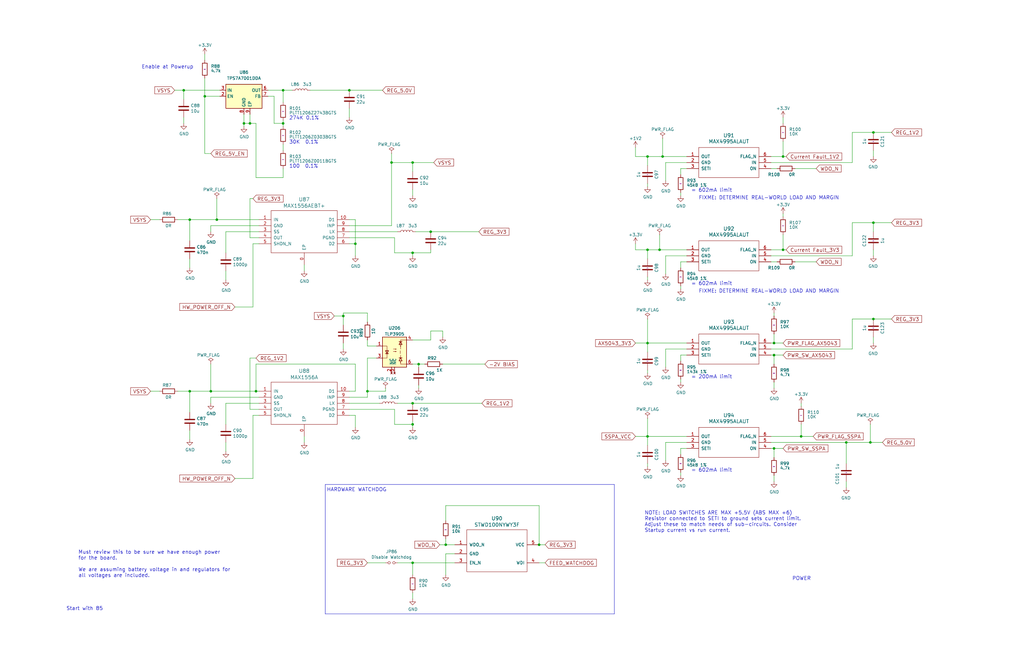
<source format=kicad_sch>
(kicad_sch (version 20230121) (generator eeschema)
  (paper "USLedger")
  (title_block (title "Radiation Tolerant PacSat Communication") (date "2023-06-17") (rev "A") (company "AMSAT-NA") (comment 1 "N5BRG"))
  (lib_symbols
    (symbol "Device:C" (pin_numbers hide) (pin_names (offset 0.254))
      (property "Reference" "C" (at 0.635 2.54 0))
      (property "Value" "C" (at 0.635 -2.54 0))
      (symbol "C_1_1"
        (pin passive line (at 0 3.81 270) (length 2.794) (name "~") (number "1"))
        (pin passive line (at 0 -3.81 90) (length 2.794) (name "~") (number "2"))
      )
    )
    (symbol "Device:L" (pin_numbers hide) (pin_names (offset 1.016) hide)
      (property "Reference" "L" (at -1.27 0 90))
      (property "Value" "L" (at 1.905 0 90))
      (symbol "L_1_1"
        (pin passive line (at 0 3.81 270) (length 1.27) (name "1") (number "1"))
        (pin passive line (at 0 -3.81 90) (length 1.27) (name "2") (number "2"))
      )
    )
    (symbol "Device:R" (pin_numbers hide) (pin_names (offset 0))
      (property "Reference" "R" (at 2.032 0 90))
      (property "Value" "R" (at 0 0 90))
      (symbol "R_1_1"
        (pin passive line (at 0 3.81 270) (length 1.27) (name "~") (number "1"))
        (pin passive line (at 0 -3.81 90) (length 1.27) (name "~") (number "2"))
      )
    )
    (symbol "PACSAT_DEV_misc:Jumper_NO_Small" (pin_numbers hide) (pin_names (offset 0.762) hide)
      (property "Reference" "JP86" (at 0 4.699 0))
      (property "Value" "Disable Watchdog" (at 0 2.3876 0))
      (symbol "Jumper_NO_Small_0_1"
        (pin passive line (at -2.54 0 0) (length 1.016) (name "1") (number "1"))
        (pin passive line (at 2.54 0 180) (length 1.016) (name "2") (number "2"))
      )
    )
    (symbol "PACSAT_ICs:MAX1556A" (pin_names (offset 1.016))
      (property "Reference" "U87" (at 0 13.6398 0))
      (property "Value" "MAX1556A" (at 0 10.9474 0))
      (symbol "MAX1556A_1_1"
        (pin power_in line (at 0 -13.97 90) (length 5.08) (name "EP") (number "0"))
        (pin power_in line (at -19.05 5.08 0) (length 5.08) (name "IN") (number "1"))
        (pin input line (at 19.05 5.08 180) (length 5.08) (name "D1") (number "10"))
        (pin power_in line (at -19.05 2.54 0) (length 5.08) (name "GND") (number "2"))
        (pin passive line (at -19.05 0 0) (length 5.08) (name "SS") (number "3"))
        (pin power_out line (at -19.05 -2.54 0) (length 5.08) (name "OUT") (number "4"))
        (pin input line (at -19.05 -5.08 0) (length 5.08) (name "SHDN_N") (number "5"))
        (pin input line (at 19.05 -5.08 180) (length 5.08) (name "D2") (number "6"))
        (pin power_in line (at 19.05 -2.54 180) (length 5.08) (name "PGND") (number "7"))
        (pin passive line (at 19.05 0 180) (length 5.08) (name "LX") (number "8"))
        (pin power_in line (at 19.05 2.54 180) (length 5.08) (name "INP") (number "9"))
      )
    )
    (symbol "PACSAT_ICs:MAX4995_1" (pin_names (offset 1.016))
      (property "Reference" "U?" (at -11.43 10.16 0))
      (property "Value" "MAX4495_1" (at -6.35 7.62 0))
      (symbol "MAX4995_1_1_1"
        (pin power_in line (at -17.78 2.54 0) (length 5.08) (name "OUT") (number "1"))
        (pin power_in line (at -17.78 0 0) (length 5.08) (name "GND") (number "2"))
        (pin passive line (at -17.78 -2.54 0) (length 5.08) (name "SETI") (number "3"))
        (pin input line (at 17.78 -2.54 180) (length 5.08) (name "ON") (number "4"))
        (pin power_in line (at 17.78 0 180) (length 5.08) (name "IN") (number "5"))
        (pin open_collector line (at 17.78 2.54 180) (length 5.08) (name "FLAG_N") (number "6"))
      )
    )
    (symbol "PACSAT_ICs:STWD100NYWY3F" (pin_names (offset 1.016))
      (property "Reference" "U90" (at 0 14.9098 0))
      (property "Value" "STWD100NYWY3F" (at 0 12.2174 0))
      (symbol "STWD100NYWY3F_1_1"
        (pin open_collector line (at -17.78 3.81 0) (length 5.08) (name "WDO_N") (number "1"))
        (pin power_in line (at -17.78 0 0) (length 5.08) (name "GND") (number "2"))
        (pin input line (at -17.78 -3.81 0) (length 5.08) (name "EN_N") (number "3"))
        (pin input line (at 17.78 -3.81 180) (length 5.08) (name "WDI") (number "4"))
        (pin power_in line (at 17.78 3.81 180) (length 5.08) (name "VCC") (number "5"))
      )
    )
    (symbol "PACSAT_ICs:TLP3905" (pin_names (offset 1.016))
      (property "Reference" "U89" (at 0 10.16 0))
      (property "Value" "TLP3905" (at 0 7.62 0))
      (symbol "TLP3905_1_1"
        (pin passive line (at -7.62 2.54 0) (length 2.54) (name "~") (number "1"))
        (pin no_connect line (at -1.27 -8.89 90) (length 2.54) (name "NC") (number "2"))
        (pin passive line (at -7.62 -2.54 0) (length 2.54) (name "~") (number "3"))
        (pin passive line (at 7.62 5.08 180) (length 2.54) (name "~") (number "4"))
        (pin no_connect line (at 0 -8.89 90) (length 2.54) (name "NC") (number "5"))
        (pin passive line (at 7.62 -5.08 180) (length 2.54) (name "~") (number "6"))
      )
    )
    (symbol "Regulator_Linear:TPS7A7001DDA"
      (property "Reference" "U" (at -6.35 6.35 0))
      (property "Value" "TPS7A7001DDA" (at 2.54 6.35 0))
      (symbol "TPS7A7001DDA_1_1"
        (pin no_connect line (at -7.62 -2.54 0) (length 2.54) hide (name "NC") (number "1"))
        (pin input line (at -10.16 0 0) (length 2.54) (name "EN") (number "2"))
        (pin power_in line (at -10.16 2.54 0) (length 2.54) (name "IN") (number "3"))
        (pin no_connect line (at 7.62 -2.54 180) (length 2.54) hide (name "NC") (number "4"))
        (pin no_connect line (at -2.54 -5.08 90) (length 2.54) hide (name "NC") (number "5"))
        (pin power_out line (at 10.16 2.54 180) (length 2.54) (name "OUT") (number "6"))
        (pin input line (at 10.16 0 180) (length 2.54) (name "FB") (number "7"))
        (pin power_in line (at 0 -7.62 90) (length 2.54) (name "GND") (number "8"))
        (pin passive line (at 2.54 -7.62 90) (length 2.54) (name "EP") (number "9"))
      )
    )
    (symbol "power:+1V2" (power) (pin_names (offset 0))
      (property "Value" "+1V2" (at 0 3.556 0))
      (symbol "+1V2_1_1"
        (pin power_in line (at 0 0 90) (length 0) hide (name "+1V2") (number "1"))
      )
    )
    (symbol "power:+3.3V" (power) (pin_names (offset 0))
      (property "Value" "+3.3V" (at 0 3.556 0))
      (symbol "+3.3V_1_1"
        (pin power_in line (at 0 0 90) (length 0) hide (name "+3.3V") (number "1"))
      )
    )
    (symbol "power:GND" (power) (pin_names (offset 0))
      (property "Value" "GND" (at 0 -3.81 0))
      (symbol "GND_1_1"
        (pin power_in line (at 0 0 270) (length 0) hide (name "GND") (number "1"))
      )
    )
    (symbol "power:PWR_FLAG" (power) (pin_numbers hide) (pin_names (offset 0) hide)
      (property "Value" "PWR_FLAG" (at 0 3.81 0))
      (symbol "PWR_FLAG_0_0"
        (pin power_out line (at 0 0 90) (length 0) (name "pwr") (number "1"))
      )
    )
  )
  (junction (at 181.61 97.79))
  (junction (at 187.96 229.87))
  (junction (at 147.32 38.1))
  (junction (at 227.33 229.87))
  (junction (at 326.39 144.78))
  (junction (at 279.4 66.04))
  (junction (at 86.36 40.64))
  (junction (at 173.99 106.68))
  (junction (at 77.47 38.1))
  (junction (at 278.13 105.41))
  (junction (at 80.01 165.1))
  (junction (at 273.05 184.15))
  (junction (at 368.3 134.62))
  (junction (at 88.9 165.1))
  (junction (at 119.38 52.07))
  (junction (at 102.87 52.07))
  (junction (at 119.38 38.1))
  (junction (at 144.78 133.35))
  (junction (at 149.86 102.87))
  (junction (at 330.2 105.41))
  (junction (at 105.41 52.07))
  (junction (at 154.94 165.1))
  (junction (at 165.1 68.58))
  (junction (at 173.99 179.07))
  (junction (at 337.82 184.15))
  (junction (at 356.87 186.69))
  (junction (at 330.2 66.04))
  (junction (at 173.99 237.49))
  (junction (at 80.01 92.71))
  (junction (at 368.3 55.88))
  (junction (at 107.95 165.1))
  (junction (at 91.44 92.71))
  (junction (at 173.99 170.18))
  (junction (at 173.99 68.58))
  (junction (at 273.05 105.41))
  (junction (at 326.39 149.86))
  (junction (at 273.05 66.04))
  (junction (at 367.03 186.69))
  (junction (at 368.3 93.98))
  (junction (at 273.05 144.78))
  (junction (at 326.39 189.23))
  (junction (at 176.53 153.67))
  (wire (pts (xy 287.02 81.28) (xy 287.02 82.55)))
  (wire (pts (xy 273.05 176.53) (xy 273.05 184.15)))
  (wire (pts (xy 147.32 172.72) (xy 166.37 172.72)))
  (wire (pts (xy 330.2 66.04) (xy 331.47 66.04)))
  (wire (pts (xy 273.05 156.21) (xy 273.05 157.48)))
  (wire (pts (xy 181.61 143.51) (xy 181.61 139.7)))
  (polyline (pts (xy 137.16 204.47) (xy 259.08 204.47)))
  (wire (pts (xy 107.95 74.93) (xy 119.38 74.93)))
  (wire (pts (xy 95.25 97.79) (xy 95.25 106.68)))
  (wire (pts (xy 186.69 139.7) (xy 186.69 142.24)))
  (wire (pts (xy 359.41 107.95) (xy 359.41 93.98)))
  (wire (pts (xy 119.38 52.07) (xy 119.38 53.34)))
  (wire (pts (xy 359.41 68.58) (xy 359.41 55.88)))
  (wire (pts (xy 166.37 172.72) (xy 166.37 179.07)))
  (polyline (pts (xy 259.08 259.08) (xy 137.16 259.08)))
  (wire (pts (xy 176.53 153.67) (xy 179.07 153.67)))
  (wire (pts (xy 105.41 100.33) (xy 109.22 100.33)))
  (wire (pts (xy 359.41 134.62) (xy 359.41 147.32)))
  (wire (pts (xy 273.05 184.15) (xy 289.56 184.15)))
  (wire (pts (xy 330.2 49.53) (xy 330.2 52.07)))
  (wire (pts (xy 368.3 93.98) (xy 375.92 93.98)))
  (wire (pts (xy 176.53 153.67) (xy 176.53 154.94)))
  (wire (pts (xy 95.25 114.3) (xy 95.25 118.11)))
  (wire (pts (xy 154.94 143.51) (xy 154.94 146.05)))
  (wire (pts (xy 77.47 49.53) (xy 77.47 52.07)))
  (wire (pts (xy 144.78 132.08) (xy 144.78 133.35)))
  (wire (pts (xy 337.82 170.18) (xy 337.82 171.45)))
  (wire (pts (xy 115.57 52.07) (xy 119.38 52.07)))
  (wire (pts (xy 287.02 152.4) (xy 287.02 149.86)))
  (wire (pts (xy 167.64 237.49) (xy 173.99 237.49)))
  (wire (pts (xy 115.57 40.64) (xy 115.57 52.07)))
  (wire (pts (xy 147.32 165.1) (xy 149.86 165.1)))
  (wire (pts (xy 185.42 229.87) (xy 187.96 229.87)))
  (wire (pts (xy 279.4 66.04) (xy 289.56 66.04)))
  (wire (pts (xy 191.77 233.68) (xy 187.96 233.68)))
  (wire (pts (xy 335.28 71.12) (xy 344.17 71.12)))
  (wire (pts (xy 119.38 60.96) (xy 119.38 63.5)))
  (wire (pts (xy 187.96 229.87) (xy 191.77 229.87)))
  (wire (pts (xy 181.61 106.68) (xy 173.99 106.68)))
  (wire (pts (xy 109.22 97.79) (xy 95.25 97.79)))
  (wire (pts (xy 368.3 66.04) (xy 368.3 63.5)))
  (wire (pts (xy 227.33 229.87) (xy 229.87 229.87)))
  (wire (pts (xy 63.5 92.71) (xy 67.31 92.71)))
  (wire (pts (xy 109.22 175.26) (xy 106.68 175.26)))
  (wire (pts (xy 368.3 105.41) (xy 368.3 107.95)))
  (wire (pts (xy 273.05 109.22) (xy 273.05 105.41)))
  (wire (pts (xy 86.36 40.64) (xy 92.71 40.64)))
  (wire (pts (xy 356.87 186.69) (xy 367.03 186.69)))
  (wire (pts (xy 325.12 66.04) (xy 330.2 66.04)))
  (wire (pts (xy 337.82 184.15) (xy 342.9 184.15)))
  (wire (pts (xy 287.02 191.77) (xy 287.02 189.23)))
  (wire (pts (xy 326.39 200.66) (xy 326.39 203.2)))
  (wire (pts (xy 106.68 201.93) (xy 106.68 175.26)))
  (wire (pts (xy 105.41 48.26) (xy 105.41 52.07)))
  (wire (pts (xy 173.99 80.01) (xy 173.99 82.55)))
  (wire (pts (xy 267.97 62.23) (xy 267.97 66.04)))
  (wire (pts (xy 181.61 105.41) (xy 181.61 106.68)))
  (wire (pts (xy 113.03 40.64) (xy 115.57 40.64)))
  (wire (pts (xy 368.3 55.88) (xy 375.92 55.88)))
  (wire (pts (xy 119.38 50.8) (xy 119.38 52.07)))
  (wire (pts (xy 102.87 52.07) (xy 102.87 53.34)))
  (wire (pts (xy 176.53 162.56) (xy 176.53 163.83)))
  (wire (pts (xy 182.88 68.58) (xy 173.99 68.58)))
  (wire (pts (xy 326.39 144.78) (xy 325.12 144.78)))
  (wire (pts (xy 273.05 148.59) (xy 273.05 144.78)))
  (wire (pts (xy 107.95 74.93) (xy 107.95 52.07)))
  (wire (pts (xy 278.13 105.41) (xy 289.56 105.41)))
  (wire (pts (xy 109.22 167.64) (xy 88.9 167.64)))
  (wire (pts (xy 273.05 134.62) (xy 273.05 144.78)))
  (wire (pts (xy 77.47 38.1) (xy 92.71 38.1)))
  (wire (pts (xy 149.86 102.87) (xy 149.86 107.95)))
  (wire (pts (xy 144.78 132.08) (xy 154.94 132.08)))
  (wire (pts (xy 287.02 199.39) (xy 287.02 200.66)))
  (wire (pts (xy 186.69 153.67) (xy 204.47 153.67)))
  (wire (pts (xy 273.05 69.85) (xy 273.05 66.04)))
  (wire (pts (xy 77.47 41.91) (xy 77.47 38.1)))
  (wire (pts (xy 326.39 132.08) (xy 326.39 133.35)))
  (wire (pts (xy 187.96 213.36) (xy 227.33 213.36)))
  (wire (pts (xy 368.3 134.62) (xy 375.92 134.62)))
  (wire (pts (xy 330.2 66.04) (xy 330.2 59.69)))
  (wire (pts (xy 95.25 186.69) (xy 95.25 190.5)))
  (wire (pts (xy 325.12 184.15) (xy 337.82 184.15)))
  (wire (pts (xy 173.99 72.39) (xy 173.99 68.58)))
  (wire (pts (xy 273.05 195.58) (xy 273.05 196.85)))
  (wire (pts (xy 149.86 92.71) (xy 149.86 102.87)))
  (wire (pts (xy 80.01 165.1) (xy 88.9 165.1)))
  (wire (pts (xy 173.99 143.51) (xy 181.61 143.51)))
  (wire (pts (xy 86.36 22.86) (xy 86.36 25.4)))
  (wire (pts (xy 326.39 149.86) (xy 326.39 153.67)))
  (wire (pts (xy 173.99 179.07) (xy 173.99 180.34)))
  (wire (pts (xy 106.68 102.87) (xy 109.22 102.87)))
  (wire (pts (xy 356.87 195.58) (xy 356.87 186.69)))
  (wire (pts (xy 273.05 144.78) (xy 289.56 144.78)))
  (wire (pts (xy 80.01 92.71) (xy 80.01 101.6)))
  (wire (pts (xy 287.02 160.02) (xy 287.02 161.29)))
  (wire (pts (xy 144.78 144.78) (xy 144.78 147.32)))
  (wire (pts (xy 130.81 38.1) (xy 147.32 38.1)))
  (wire (pts (xy 287.02 73.66) (xy 287.02 71.12)))
  (wire (pts (xy 165.1 95.25) (xy 165.1 68.58)))
  (wire (pts (xy 95.25 170.18) (xy 95.25 179.07)))
  (wire (pts (xy 162.56 163.83) (xy 162.56 165.1)))
  (wire (pts (xy 162.56 237.49) (xy 154.94 237.49)))
  (wire (pts (xy 88.9 165.1) (xy 107.95 165.1)))
  (wire (pts (xy 326.39 161.29) (xy 326.39 163.83)))
  (wire (pts (xy 147.32 102.87) (xy 149.86 102.87)))
  (wire (pts (xy 173.99 250.19) (xy 173.99 252.73)))
  (wire (pts (xy 267.97 66.04) (xy 273.05 66.04)))
  (wire (pts (xy 105.41 151.13) (xy 107.95 151.13)))
  (wire (pts (xy 173.99 153.67) (xy 176.53 153.67)))
  (wire (pts (xy 287.02 110.49) (xy 289.56 110.49)))
  (wire (pts (xy 105.41 52.07) (xy 107.95 52.07)))
  (wire (pts (xy 119.38 71.12) (xy 119.38 74.93)))
  (wire (pts (xy 368.3 144.78) (xy 368.3 142.24)))
  (wire (pts (xy 154.94 151.13) (xy 154.94 165.1)))
  (wire (pts (xy 102.87 48.26) (xy 102.87 52.07)))
  (wire (pts (xy 167.64 170.18) (xy 173.99 170.18)))
  (wire (pts (xy 113.03 38.1) (xy 119.38 38.1)))
  (wire (pts (xy 330.2 105.41) (xy 331.47 105.41)))
  (wire (pts (xy 107.95 153.67) (xy 107.95 165.1)))
  (wire (pts (xy 147.32 45.72) (xy 147.32 49.53)))
  (wire (pts (xy 86.36 33.02) (xy 86.36 40.64)))
  (wire (pts (xy 289.56 68.58) (xy 280.67 68.58)))
  (wire (pts (xy 273.05 105.41) (xy 278.13 105.41)))
  (wire (pts (xy 128.27 184.15) (xy 128.27 186.69)))
  (wire (pts (xy 173.99 177.8) (xy 173.99 179.07)))
  (wire (pts (xy 106.68 129.54) (xy 106.68 102.87)))
  (wire (pts (xy 267.97 184.15) (xy 273.05 184.15)))
  (wire (pts (xy 149.86 175.26) (xy 149.86 180.34)))
  (wire (pts (xy 80.01 109.22) (xy 80.01 113.03)))
  (wire (pts (xy 74.93 165.1) (xy 80.01 165.1)))
  (wire (pts (xy 287.02 71.12) (xy 289.56 71.12)))
  (wire (pts (xy 175.26 97.79) (xy 181.61 97.79)))
  (wire (pts (xy 359.41 93.98) (xy 368.3 93.98)))
  (wire (pts (xy 154.94 146.05) (xy 158.75 146.05)))
  (wire (pts (xy 88.9 95.25) (xy 88.9 97.79)))
  (wire (pts (xy 368.3 93.98) (xy 368.3 97.79)))
  (wire (pts (xy 173.99 106.68) (xy 173.99 107.95)))
  (wire (pts (xy 147.32 97.79) (xy 167.64 97.79)))
  (wire (pts (xy 287.02 120.65) (xy 287.02 121.92)))
  (wire (pts (xy 273.05 66.04) (xy 279.4 66.04)))
  (wire (pts (xy 367.03 186.69) (xy 372.11 186.69)))
  (wire (pts (xy 287.02 189.23) (xy 289.56 189.23)))
  (wire (pts (xy 330.2 105.41) (xy 330.2 99.06)))
  (polyline (pts (xy 137.16 259.08) (xy 137.16 204.47)))
  (wire (pts (xy 359.41 147.32) (xy 325.12 147.32)))
  (wire (pts (xy 173.99 237.49) (xy 173.99 242.57)))
  (wire (pts (xy 105.41 83.82) (xy 106.68 83.82)))
  (wire (pts (xy 273.05 187.96) (xy 273.05 184.15)))
  (wire (pts (xy 109.22 170.18) (xy 95.25 170.18)))
  (wire (pts (xy 166.37 106.68) (xy 173.99 106.68)))
  (wire (pts (xy 80.01 92.71) (xy 91.44 92.71)))
  (wire (pts (xy 86.36 64.77) (xy 86.36 40.64)))
  (wire (pts (xy 227.33 237.49) (xy 229.87 237.49)))
  (wire (pts (xy 326.39 149.86) (xy 330.2 149.86)))
  (wire (pts (xy 325.12 149.86) (xy 326.39 149.86)))
  (wire (pts (xy 91.44 92.71) (xy 109.22 92.71)))
  (wire (pts (xy 325.12 71.12) (xy 327.66 71.12)))
  (wire (pts (xy 105.41 83.82) (xy 105.41 100.33)))
  (wire (pts (xy 147.32 95.25) (xy 165.1 95.25)))
  (wire (pts (xy 335.28 110.49) (xy 344.17 110.49)))
  (wire (pts (xy 267.97 144.78) (xy 273.05 144.78)))
  (wire (pts (xy 147.32 170.18) (xy 160.02 170.18)))
  (wire (pts (xy 267.97 105.41) (xy 273.05 105.41)))
  (wire (pts (xy 367.03 179.07) (xy 367.03 186.69)))
  (wire (pts (xy 88.9 153.67) (xy 88.9 165.1)))
  (wire (pts (xy 325.12 105.41) (xy 330.2 105.41)))
  (wire (pts (xy 88.9 64.77) (xy 86.36 64.77)))
  (wire (pts (xy 166.37 100.33) (xy 166.37 106.68)))
  (wire (pts (xy 119.38 38.1) (xy 119.38 43.18)))
  (wire (pts (xy 273.05 77.47) (xy 273.05 78.74)))
  (wire (pts (xy 88.9 167.64) (xy 88.9 170.18)))
  (wire (pts (xy 330.2 90.17) (xy 330.2 91.44)))
  (wire (pts (xy 109.22 95.25) (xy 88.9 95.25)))
  (wire (pts (xy 280.67 147.32) (xy 280.67 154.94)))
  (wire (pts (xy 289.56 107.95) (xy 280.67 107.95)))
  (wire (pts (xy 267.97 102.87) (xy 267.97 105.41)))
  (wire (pts (xy 147.32 38.1) (xy 161.29 38.1)))
  (wire (pts (xy 165.1 68.58) (xy 173.99 68.58)))
  (wire (pts (xy 154.94 165.1) (xy 154.94 167.64)))
  (wire (pts (xy 359.41 134.62) (xy 368.3 134.62)))
  (wire (pts (xy 105.41 172.72) (xy 105.41 151.13)))
  (wire (pts (xy 325.12 189.23) (xy 326.39 189.23)))
  (wire (pts (xy 325.12 110.49) (xy 327.66 110.49)))
  (polyline (pts (xy 259.08 204.47) (xy 259.08 259.08)))
  (wire (pts (xy 326.39 193.04) (xy 326.39 189.23)))
  (wire (pts (xy 289.56 186.69) (xy 280.67 186.69)))
  (wire (pts (xy 273.05 116.84) (xy 273.05 118.11)))
  (wire (pts (xy 287.02 149.86) (xy 289.56 149.86)))
  (wire (pts (xy 99.06 129.54) (xy 106.68 129.54)))
  (wire (pts (xy 187.96 227.33) (xy 187.96 229.87)))
  (wire (pts (xy 326.39 140.97) (xy 326.39 144.78)))
  (wire (pts (xy 173.99 237.49) (xy 191.77 237.49)))
  (wire (pts (xy 147.32 92.71) (xy 149.86 92.71)))
  (wire (pts (xy 109.22 172.72) (xy 105.41 172.72)))
  (wire (pts (xy 181.61 139.7) (xy 186.69 139.7)))
  (wire (pts (xy 325.12 186.69) (xy 356.87 186.69)))
  (wire (pts (xy 359.41 55.88) (xy 368.3 55.88)))
  (wire (pts (xy 166.37 179.07) (xy 173.99 179.07)))
  (wire (pts (xy 289.56 147.32) (xy 280.67 147.32)))
  (wire (pts (xy 187.96 219.71) (xy 187.96 213.36)))
  (wire (pts (xy 356.87 205.74) (xy 356.87 203.2)))
  (wire (pts (xy 325.12 107.95) (xy 359.41 107.95)))
  (wire (pts (xy 144.78 133.35) (xy 140.97 133.35)))
  (wire (pts (xy 173.99 170.18) (xy 203.2 170.18)))
  (wire (pts (xy 147.32 167.64) (xy 154.94 167.64)))
  (wire (pts (xy 102.87 52.07) (xy 105.41 52.07)))
  (wire (pts (xy 330.2 144.78) (xy 326.39 144.78)))
  (wire (pts (xy 287.02 113.03) (xy 287.02 110.49)))
  (wire (pts (xy 154.94 132.08) (xy 154.94 135.89)))
  (wire (pts (xy 326.39 189.23) (xy 330.2 189.23)))
  (wire (pts (xy 337.82 179.07) (xy 337.82 184.15)))
  (wire (pts (xy 80.01 165.1) (xy 80.01 173.99)))
  (wire (pts (xy 165.1 64.77) (xy 165.1 68.58)))
  (wire (pts (xy 147.32 175.26) (xy 149.86 175.26)))
  (wire (pts (xy 119.38 38.1) (xy 123.19 38.1)))
  (wire (pts (xy 149.86 153.67) (xy 107.95 153.67)))
  (wire (pts (xy 128.27 111.76) (xy 128.27 114.3)))
  (wire (pts (xy 278.13 99.06) (xy 278.13 105.41)))
  (wire (pts (xy 144.78 137.16) (xy 144.78 133.35)))
  (wire (pts (xy 280.67 186.69) (xy 280.67 194.31)))
  (wire (pts (xy 280.67 68.58) (xy 280.67 76.2)))
  (wire (pts (xy 74.93 92.71) (xy 80.01 92.71)))
  (wire (pts (xy 158.75 151.13) (xy 154.94 151.13)))
  (wire (pts (xy 149.86 165.1) (xy 149.86 153.67)))
  (wire (pts (xy 91.44 83.82) (xy 91.44 92.71)))
  (wire (pts (xy 187.96 233.68) (xy 187.96 242.57)))
  (wire (pts (xy 279.4 58.42) (xy 279.4 66.04)))
  (wire (pts (xy 325.12 68.58) (xy 359.41 68.58)))
  (wire (pts (xy 147.32 100.33) (xy 166.37 100.33)))
  (wire (pts (xy 77.47 38.1) (xy 73.66 38.1)))
  (wire (pts (xy 63.5 165.1) (xy 67.31 165.1)))
  (wire (pts (xy 107.95 165.1) (xy 109.22 165.1)))
  (wire (pts (xy 181.61 97.79) (xy 201.93 97.79)))
  (wire (pts (xy 227.33 213.36) (xy 227.33 229.87)))
  (wire (pts (xy 80.01 181.61) (xy 80.01 185.42)))
  (wire (pts (xy 154.94 165.1) (xy 162.56 165.1)))
  (wire (pts (xy 99.06 201.93) (xy 106.68 201.93)))
  (wire (pts (xy 280.67 107.95) (xy 280.67 115.57)))
  (text "= 200mA limit" (at 291.465 160.02 0) (effects (font (size 1.524 1.524)) (justify left bottom)))
  (text "Must review this to be sure we have enough power\nfor the board.\n\nWe are assuming battery voltage in and regulators for\nall voltages are included." (at 33.02 243.84 0) (effects (font (size 1.524 1.524)) (justify left bottom)))
  (text "FIXME: DETERMINE REAL-WORLD LOAD AND MARGIN" (at 294.64 84.455 0) (effects (font (size 1.524 1.524)) (justify left bottom)))
  (text "Start with 85" (at 27.94 257.81 0) (effects (font (size 1.524 1.524)) (justify left bottom)))
  (text "30K  0.1%" (at 121.92 60.96 0) (effects (font (size 1.524 1.524)) (justify left bottom)))
  (text "274K 0.1%" (at 121.92 50.8 0) (effects (font (size 1.524 1.524)) (justify left bottom)))
  (text "NOTE: LOAD SWITCHES ARE MAX +5.5V (ABS MAX +6)\nResistor connected to SETI to ground sets current limit.\nAdjust these to match needs of sub-circuits. Consider\nStartup current vs run current.\n" (at 271.78 224.79 0) (effects (font (size 1.524 1.524)) (justify left bottom)))
  (text "HARDWARE WATCHDOG" (at 137.795 207.645 0) (effects (font (size 1.524 1.524)) (justify left bottom)))
  (text "100  0.1%" (at 121.92 71.12 0) (effects (font (size 1.524 1.524)) (justify left bottom)))
  (text "FIXME: DETERMINE REAL-WORLD LOAD AND MARGIN" (at 294.64 123.825 0) (effects (font (size 1.524 1.524)) (justify left bottom)))
  (text "= 602mA limit" (at 291.465 120.65 0) (effects (font (size 1.524 1.524)) (justify left bottom)))
  (text "Enable at Powerup" (at 59.69 29.21 0) (effects (font (size 1.524 1.524)) (justify left bottom)))
  (text "= 602mA limit" (at 291.465 81.28 0) (effects (font (size 1.524 1.524)) (justify left bottom)))
  (text "POWER" (at 334.01 245.11 0) (effects (font (size 1.524 1.524)) (justify left bottom)))
  (text "= 602mA limit" (at 291.465 199.39 0) (effects (font (size 1.524 1.524)) (justify left bottom)))
  (global_label "HW_POWER_OFF_N" (shape input) (at 99.06 201.93 180) (effects (font (size 1.524 1.524))) (property "Intersheetrefs" "${INTERSHEET_REFS}" (effects hide)))
  (global_label "HW_POWER_OFF_N" (shape input) (at 99.06 129.54 180) (effects (font (size 1.524 1.524))) (property "Intersheetrefs" "${INTERSHEET_REFS}" (effects hide)))
  (global_label "PWR_FLAG_AX5043" (shape input) (at 330.2 144.78 0) (effects (font (size 1.524 1.524))) (property "Intersheetrefs" "${INTERSHEET_REFS}" (effects hide)))
  (global_label "-2V BIAS" (shape input) (at 204.47 153.67 0) (effects (font (size 1.524 1.524))) (property "Intersheetrefs" "${INTERSHEET_REFS}" (effects hide)))
  (global_label "VSYS" (shape input) (at 182.88 68.58 0) (effects (font (size 1.524 1.524))) (property "Intersheetrefs" "${INTERSHEET_REFS}" (effects hide)))
  (global_label "WDO_N" (shape input) (at 344.17 110.49 0) (effects (font (size 1.524 1.524))) (property "Intersheetrefs" "${INTERSHEET_REFS}" (effects hide)))
  (global_label "WDO_N" (shape input) (at 185.42 229.87 180) (effects (font (size 1.524 1.524))) (property "Intersheetrefs" "${INTERSHEET_REFS}" (effects hide)))
  (global_label "VSYS" (shape input) (at 63.5 165.1 180) (effects (font (size 1.524 1.524))) (property "Intersheetrefs" "${INTERSHEET_REFS}" (effects hide)))
  (global_label "REG_3V3" (shape input) (at 154.94 237.49 180) (effects (font (size 1.524 1.524))) (property "Intersheetrefs" "${INTERSHEET_REFS}" (effects hide)))
  (global_label "PWR_SW_SSPA" (shape input) (at 330.2 189.23 0) (effects (font (size 1.524 1.524))) (property "Intersheetrefs" "${INTERSHEET_REFS}" (effects hide)))
  (global_label "REG_1V2" (shape input) (at 107.95 151.13 0) (effects (font (size 1.524 1.524))) (property "Intersheetrefs" "${INTERSHEET_REFS}" (effects hide)))
  (global_label "REG_3V3" (shape input) (at 201.93 97.79 0) (effects (font (size 1.524 1.524))) (property "Intersheetrefs" "${INTERSHEET_REFS}" (effects hide)))
  (global_label "WDO_N" (shape input) (at 344.17 71.12 0) (effects (font (size 1.524 1.524))) (property "Intersheetrefs" "${INTERSHEET_REFS}" (effects hide)))
  (global_label "REG_1V2" (shape input) (at 203.2 170.18 0) (effects (font (size 1.524 1.524))) (property "Intersheetrefs" "${INTERSHEET_REFS}" (effects hide)))
  (global_label "VSYS" (shape input) (at 63.5 92.71 180) (effects (font (size 1.524 1.524))) (property "Intersheetrefs" "${INTERSHEET_REFS}" (effects hide)))
  (global_label "Current Fault_1V2" (shape input) (at 331.47 66.04 0) (effects (font (size 1.524 1.524))) (property "Intersheetrefs" "${INTERSHEET_REFS}" (effects hide)))
  (global_label "SSPA_VCC" (shape input) (at 267.97 184.15 180) (effects (font (size 1.524 1.524))) (property "Intersheetrefs" "${INTERSHEET_REFS}" (effects hide)))
  (global_label "REG_3V3" (shape input) (at 229.87 229.87 0) (effects (font (size 1.524 1.524))) (property "Intersheetrefs" "${INTERSHEET_REFS}" (effects hide)))
  (global_label "PWR_FLAG_SSPA" (shape input) (at 342.9 184.15 0) (effects (font (size 1.524 1.524))) (property "Intersheetrefs" "${INTERSHEET_REFS}" (effects hide)))
  (global_label "AX5043_3V3" (shape input) (at 267.97 144.78 180) (effects (font (size 1.524 1.524))) (property "Intersheetrefs" "${INTERSHEET_REFS}" (effects hide)))
  (global_label "REG_5V_EN" (shape input) (at 88.9 64.77 0) (effects (font (size 1.524 1.524))) (property "Intersheetrefs" "${INTERSHEET_REFS}" (effects hide)))
  (global_label "REG_3V3" (shape input) (at 106.68 83.82 0) (effects (font (size 1.524 1.524))) (property "Intersheetrefs" "${INTERSHEET_REFS}" (effects hide)))
  (global_label "VSYS" (shape input) (at 73.66 38.1 180) (effects (font (size 1.524 1.524))) (property "Intersheetrefs" "${INTERSHEET_REFS}" (effects hide)))
  (global_label "Current Fault_3V3" (shape input) (at 331.47 105.41 0) (effects (font (size 1.524 1.524))) (property "Intersheetrefs" "${INTERSHEET_REFS}" (effects hide)))
  (global_label "REG_1V2" (shape input) (at 375.92 55.88 0) (effects (font (size 1.524 1.524))) (property "Intersheetrefs" "${INTERSHEET_REFS}" (effects hide)))
  (global_label "PWR_SW_AX5043" (shape input) (at 330.2 149.86 0) (effects (font (size 1.524 1.524))) (property "Intersheetrefs" "${INTERSHEET_REFS}" (effects hide)))
  (global_label "REG_3V3" (shape input) (at 375.92 134.62 0) (effects (font (size 1.524 1.524))) (property "Intersheetrefs" "${INTERSHEET_REFS}" (effects hide)))
  (global_label "FEED_WATCHDOG" (shape input) (at 229.87 237.49 0) (effects (font (size 1.524 1.524))) (property "Intersheetrefs" "${INTERSHEET_REFS}" (effects hide)))
  (global_label "VSYS" (shape input) (at 140.97 133.35 180) (effects (font (size 1.524 1.524))) (property "Intersheetrefs" "${INTERSHEET_REFS}" (effects hide)))
  (global_label "REG_3V3" (shape input) (at 375.92 93.98 0) (effects (font (size 1.524 1.524))) (property "Intersheetrefs" "${INTERSHEET_REFS}" (effects hide)))
  (global_label "REG_5.0V" (shape input) (at 372.11 186.69 0) (effects (font (size 1.524 1.524))) (property "Intersheetrefs" "${INTERSHEET_REFS}" (effects hide)))
  (global_label "REG_5.0V" (shape input) (at 161.29 38.1 0) (effects (font (size 1.524 1.524))) (property "Intersheetrefs" "${INTERSHEET_REFS}" (effects hide)))
  (symbol (lib_id "Device:L") (at 171.45 97.79 90) (unit 1)
    (property "Reference" "L87" (at 168.91 95.25 90))
    (property "Value" "3u3" (at 173.99 95.25 90))
    (property "Footprint" "Inductor_SMD:L_1210_3225Metric_Pad1.42x2.65mm_HandSolder" (effects hide))
  )
  (symbol (lib_id "Device:C") (at 181.61 101.6 0) (unit 1)
    (property "Reference" "C94" (at 184.531 100.4316 0) (effects (justify left)))
    (property "Value" "22u" (at 184.531 102.743 0) (effects (justify left)))
    (property "Footprint" "Capacitor_SMD:C_2220_5650Metric_Pad1.97x5.40mm_HandSolder" (effects hide))
  )
  (symbol (lib_id "Device:C") (at 80.01 105.41 0) (unit 1)
    (property "Reference" "C86" (at 82.931 104.2416 0) (effects (justify left)))
    (property "Value" "470n" (at 82.931 106.553 0) (effects (justify left)))
    (property "Footprint" "Capacitor_SMD:C_0603_1608Metric_Pad1.08x0.95mm_HandSolder" (effects hide))
  )
  (symbol (lib_id "power:GND") (at 80.01 113.03 0) (unit 1)
    (property "Reference" "#PWR088" (effects hide))
    (property "Value" "GND" (at 80.137 117.4242 0))
  )
  (symbol (lib_id "Device:C") (at 173.99 76.2 0) (unit 1)
    (property "Reference" "C92" (at 176.911 75.0316 0) (effects (justify left)))
    (property "Value" "10u" (at 176.911 77.343 0) (effects (justify left)))
    (property "Footprint" "Capacitor_SMD:C_0603_1608Metric_Pad1.08x0.95mm_HandSolder" (effects hide))
  )
  (symbol (lib_id "power:GND") (at 173.99 82.55 0) (unit 1)
    (property "Reference" "#PWR0111" (effects hide))
    (property "Value" "GND" (at 174.117 86.9442 0))
  )
  (symbol (lib_id "power:GND") (at 173.99 107.95 0) (unit 1)
    (property "Reference" "#PWR0115" (effects hide))
    (property "Value" "GND" (at 174.117 112.3442 0))
  )
  (symbol (lib_id "power:GND") (at 280.67 154.94 0) (unit 1)
    (property "Reference" "#PWR0135" (effects hide))
    (property "Value" "GND" (at 280.797 159.3342 0))
  )
  (symbol (lib_id "Device:C") (at 368.3 138.43 0) (mirror y) (unit 1)
    (property "Reference" "C123" (at 372.11 138.43 90))
    (property "Value" "1u" (at 364.49 138.43 90))
    (property "Footprint" "Capacitor_SMD:C_0805_2012Metric_Pad1.18x1.45mm_HandSolder" (effects hide))
    (property "Datasheet" "~" (at 368.3 138.43 0))
  )
  (symbol (lib_id "power:GND") (at 368.3 144.78 0) (mirror y) (unit 1)
    (property "Reference" "#PWR0190" (effects hide))
    (property "Value" "GND" (at 368.173 149.1742 0))
  )
  (symbol (lib_id "power:GND") (at 356.87 205.74 0) (mirror y) (unit 1)
    (property "Reference" "#PWR0187" (effects hide))
    (property "Value" "GND" (at 356.743 210.1342 0))
  )
  (symbol (lib_id "Device:C") (at 356.87 199.39 0) (mirror y) (unit 1)
    (property "Reference" "C101" (at 353.06 201.93 90))
    (property "Value" "1u" (at 353.06 196.85 90))
    (property "Footprint" "Capacitor_SMD:C_0805_2012Metric_Pad1.18x1.45mm_HandSolder" (effects hide))
    (property "Datasheet" "~" (at 356.87 199.39 0))
  )
  (symbol (lib_id "PACSAT_ICs:MAX1556A") (at 128.27 97.79 0) (unit 1)
    (property "Reference" "U87" (at 128.27 84.1502 0) (effects (font (size 1.524 1.524))))
    (property "Value" "MAX1556AEBT+" (at 128.27 86.8426 0) (effects (font (size 1.524 1.524))))
    (property "Footprint" "PacSatDev_maxim:TDFN_T1033_1" (effects hide))
  )
  (symbol (lib_id "Device:R") (at 71.12 92.71 90) (unit 1)
    (property "Reference" "R86" (at 72.39 90.17 90) (effects (justify left)))
    (property "Value" "0R" (at 72.39 95.25 90) (effects (justify left)))
    (property "Footprint" "Resistor_SMD:R_0603_1608Metric_Pad0.98x0.95mm_HandSolder" (effects hide))
  )
  (symbol (lib_id "Device:C") (at 95.25 110.49 0) (unit 1)
    (property "Reference" "C89" (at 98.171 109.3216 0) (effects (justify left)))
    (property "Value" "1000p" (at 98.171 111.633 0) (effects (justify left)))
    (property "Footprint" "Capacitor_SMD:C_0603_1608Metric_Pad1.08x0.95mm_HandSolder" (effects hide))
  )
  (symbol (lib_id "power:GND") (at 95.25 118.11 0) (unit 1)
    (property "Reference" "#PWR098" (effects hide))
    (property "Value" "GND" (at 95.377 122.5042 0))
  )
  (symbol (lib_id "power:GND") (at 88.9 97.79 0) (unit 1)
    (property "Reference" "#PWR096" (effects hide))
    (property "Value" "GND" (at 89.027 102.1842 0))
  )
  (symbol (lib_id "power:GND") (at 128.27 114.3 0) (unit 1)
    (property "Reference" "#PWR0108" (effects hide))
    (property "Value" "GND" (at 128.397 118.6942 0))
  )
  (symbol (lib_id "power:GND") (at 149.86 107.95 0) (unit 1)
    (property "Reference" "#PWR0113" (effects hide))
    (property "Value" "GND" (at 149.987 112.3442 0))
  )
  (symbol (lib_id "Device:L") (at 163.83 170.18 90) (unit 1)
    (property "Reference" "L88" (at 161.29 167.64 90))
    (property "Value" "3u3" (at 166.37 167.64 90))
    (property "Footprint" "Inductor_SMD:L_1210_3225Metric_Pad1.42x2.65mm_HandSolder" (effects hide))
  )
  (symbol (lib_id "Device:C") (at 173.99 173.99 0) (unit 1)
    (property "Reference" "C95" (at 176.911 172.8216 0) (effects (justify left)))
    (property "Value" "22u" (at 176.911 175.133 0) (effects (justify left)))
    (property "Footprint" "Capacitor_SMD:C_2220_5650Metric_Pad1.97x5.40mm_HandSolder" (effects hide))
  )
  (symbol (lib_id "Device:C") (at 80.01 177.8 0) (unit 1)
    (property "Reference" "C87" (at 82.931 176.6316 0) (effects (justify left)))
    (property "Value" "470n" (at 82.931 178.943 0) (effects (justify left)))
    (property "Footprint" "Capacitor_SMD:C_0603_1608Metric_Pad1.08x0.95mm_HandSolder" (effects hide))
  )
  (symbol (lib_id "power:GND") (at 80.01 185.42 0) (unit 1)
    (property "Reference" "#PWR092" (effects hide))
    (property "Value" "GND" (at 80.137 189.8142 0))
  )
  (symbol (lib_id "Device:C") (at 144.78 140.97 0) (unit 1)
    (property "Reference" "C93" (at 147.701 139.8016 0) (effects (justify left)))
    (property "Value" "10u" (at 147.701 142.113 0) (effects (justify left)))
    (property "Footprint" "Capacitor_SMD:C_2220_5650Metric_Pad1.97x5.40mm_HandSolder" (effects hide))
  )
  (symbol (lib_id "power:GND") (at 144.78 147.32 0) (unit 1)
    (property "Reference" "#PWR0112" (effects hide))
    (property "Value" "GND" (at 144.907 151.7142 0))
  )
  (symbol (lib_id "power:GND") (at 173.99 180.34 0) (unit 1)
    (property "Reference" "#PWR0116" (effects hide))
    (property "Value" "GND" (at 174.117 184.7342 0))
  )
  (symbol (lib_id "PACSAT_ICs:MAX1556A") (at 128.27 170.18 0) (unit 1)
    (property "Reference" "U88" (at 128.27 156.5402 0) (effects (font (size 1.524 1.524))))
    (property "Value" "MAX1556A" (at 128.27 159.2326 0) (effects (font (size 1.524 1.524))))
    (property "Footprint" "PacSatDev_maxim:TDFN_T1033_1" (effects hide))
  )
  (symbol (lib_id "Device:R") (at 71.12 165.1 90) (unit 1)
    (property "Reference" "R87" (at 72.39 162.56 90) (effects (justify left)))
    (property "Value" "0R" (at 72.39 167.64 90) (effects (justify left)))
    (property "Footprint" "Resistor_SMD:R_0603_1608Metric_Pad0.98x0.95mm_HandSolder" (effects hide))
  )
  (symbol (lib_id "Device:C") (at 95.25 182.88 0) (unit 1)
    (property "Reference" "C90" (at 98.171 181.7116 0) (effects (justify left)))
    (property "Value" "1000p" (at 98.171 184.023 0) (effects (justify left)))
    (property "Footprint" "Capacitor_SMD:C_0603_1608Metric_Pad1.08x0.95mm_HandSolder" (effects hide))
  )
  (symbol (lib_id "power:GND") (at 95.25 190.5 0) (unit 1)
    (property "Reference" "#PWR099" (effects hide))
    (property "Value" "GND" (at 95.377 194.8942 0))
  )
  (symbol (lib_id "power:GND") (at 88.9 170.18 0) (unit 1)
    (property "Reference" "#PWR097" (effects hide))
    (property "Value" "GND" (at 89.027 174.5742 0))
  )
  (symbol (lib_id "power:GND") (at 128.27 186.69 0) (unit 1)
    (property "Reference" "#PWR0109" (effects hide))
    (property "Value" "GND" (at 128.397 191.0842 0))
  )
  (symbol (lib_id "power:GND") (at 149.86 180.34 0) (unit 1)
    (property "Reference" "#PWR0114" (effects hide))
    (property "Value" "GND" (at 149.987 184.7342 0))
  )
  (symbol (lib_id "Device:R") (at 287.02 156.21 0) (unit 1)
    (property "Reference" "R95" (at 289.56 154.94 0) (effects (justify left)))
    (property "Value" "143k 1%" (at 289.56 156.845 0) (effects (justify left)))
    (property "Footprint" "Resistor_SMD:R_0603_1608Metric_Pad0.98x0.95mm_HandSolder" (effects hide))
    (property "Datasheet" "~" (at 287.02 156.21 0))
  )
  (symbol (lib_id "power:GND") (at 287.02 161.29 0) (unit 1)
    (property "Reference" "#PWR0139" (effects hide))
    (property "Value" "GND" (at 287.147 165.6842 0))
  )
  (symbol (lib_id "power:GND") (at 280.67 194.31 0) (unit 1)
    (property "Reference" "#PWR0136" (effects hide))
    (property "Value" "GND" (at 280.797 198.7042 0))
  )
  (symbol (lib_id "Device:R") (at 287.02 195.58 0) (unit 1)
    (property "Reference" "R96" (at 289.56 194.31 0) (effects (justify left)))
    (property "Value" "45k8 1%" (at 289.56 196.215 0) (effects (justify left)))
    (property "Footprint" "Resistor_SMD:R_0603_1608Metric_Pad0.98x0.95mm_HandSolder" (effects hide))
    (property "Datasheet" "~" (at 287.02 195.58 0))
  )
  (symbol (lib_id "power:GND") (at 287.02 200.66 0) (unit 1)
    (property "Reference" "#PWR0162" (effects hide))
    (property "Value" "GND" (at 287.147 205.0542 0))
  )
  (symbol (lib_id "Device:C") (at 273.05 152.4 0) (mirror y) (unit 1)
    (property "Reference" "C99" (at 276.86 152.4 90))
    (property "Value" "1u" (at 269.24 152.4 90))
    (property "Footprint" "Capacitor_SMD:C_0805_2012Metric_Pad1.18x1.45mm_HandSolder" (effects hide))
    (property "Datasheet" "~" (at 273.05 152.4 0))
  )
  (symbol (lib_id "power:GND") (at 273.05 157.48 0) (unit 1)
    (property "Reference" "#PWR0131" (effects hide))
    (property "Value" "GND" (at 273.177 161.8742 0))
  )
  (symbol (lib_id "Device:C") (at 273.05 191.77 0) (mirror y) (unit 1)
    (property "Reference" "C100" (at 276.86 191.77 90))
    (property "Value" "1u" (at 269.24 191.77 90))
    (property "Footprint" "Capacitor_SMD:C_0805_2012Metric_Pad1.18x1.45mm_HandSolder" (effects hide))
    (property "Datasheet" "~" (at 273.05 191.77 0))
  )
  (symbol (lib_id "power:GND") (at 273.05 196.85 0) (unit 1)
    (property "Reference" "#PWR0132" (effects hide))
    (property "Value" "GND" (at 273.177 201.2442 0))
  )
  (symbol (lib_id "power:GND") (at 280.67 115.57 0) (unit 1)
    (property "Reference" "#PWR0134" (effects hide))
    (property "Value" "GND" (at 280.797 119.9642 0))
  )
  (symbol (lib_id "Device:C") (at 368.3 101.6 0) (mirror x) (unit 1)
    (property "Reference" "C122" (at 364.49 101.6 90))
    (property "Value" "1u" (at 372.11 101.6 90))
    (property "Footprint" "Capacitor_SMD:C_0805_2012Metric_Pad1.18x1.45mm_HandSolder" (effects hide))
    (property "Datasheet" "~" (at 368.3 101.6 0))
  )
  (symbol (lib_id "power:GND") (at 368.3 107.95 0) (mirror y) (unit 1)
    (property "Reference" "#PWR0189" (effects hide))
    (property "Value" "GND" (at 368.173 112.3442 0))
  )
  (symbol (lib_id "Device:C") (at 273.05 113.03 0) (mirror y) (unit 1)
    (property "Reference" "C98" (at 276.86 113.03 90))
    (property "Value" "1u" (at 269.24 113.03 90))
    (property "Footprint" "Capacitor_SMD:C_0805_2012Metric_Pad1.18x1.45mm_HandSolder" (effects hide))
    (property "Datasheet" "~" (at 273.05 113.03 0))
  )
  (symbol (lib_id "power:GND") (at 273.05 118.11 0) (unit 1)
    (property "Reference" "#PWR0130" (effects hide))
    (property "Value" "GND" (at 273.177 122.5042 0))
  )
  (symbol (lib_id "Device:R") (at 287.02 116.84 0) (unit 1)
    (property "Reference" "R94" (at 289.56 115.57 0) (effects (justify left)))
    (property "Value" "45k8 1%" (at 289.56 117.475 0) (effects (justify left)))
    (property "Footprint" "Resistor_SMD:R_0603_1608Metric_Pad0.98x0.95mm_HandSolder" (effects hide))
    (property "Datasheet" "~" (at 287.02 116.84 0))
  )
  (symbol (lib_id "power:GND") (at 287.02 121.92 0) (unit 1)
    (property "Reference" "#PWR0138" (effects hide))
    (property "Value" "GND" (at 287.147 126.3142 0))
  )
  (symbol (lib_id "power:GND") (at 280.67 76.2 0) (unit 1)
    (property "Reference" "#PWR0133" (effects hide))
    (property "Value" "GND" (at 280.797 80.5942 0))
  )
  (symbol (lib_id "Device:C") (at 368.3 59.69 0) (mirror y) (unit 1)
    (property "Reference" "C121" (at 372.11 59.69 90))
    (property "Value" "1u" (at 364.49 59.69 90))
    (property "Footprint" "Capacitor_SMD:C_0805_2012Metric_Pad1.18x1.45mm_HandSolder" (effects hide))
    (property "Datasheet" "~" (at 368.3 59.69 0))
  )
  (symbol (lib_id "power:GND") (at 368.3 66.04 0) (mirror y) (unit 1)
    (property "Reference" "#PWR0188" (effects hide))
    (property "Value" "GND" (at 368.173 70.4342 0))
  )
  (symbol (lib_id "Device:C") (at 273.05 73.66 0) (mirror y) (unit 1)
    (property "Reference" "C97" (at 276.86 73.66 90))
    (property "Value" "1u" (at 269.24 73.66 90))
    (property "Footprint" "Capacitor_SMD:C_0805_2012Metric_Pad1.18x1.45mm_HandSolder" (effects hide))
    (property "Datasheet" "~" (at 273.05 73.66 0))
  )
  (symbol (lib_id "power:GND") (at 273.05 78.74 0) (unit 1)
    (property "Reference" "#PWR0129" (effects hide))
    (property "Value" "GND" (at 273.177 83.1342 0))
  )
  (symbol (lib_id "Device:R") (at 287.02 77.47 0) (unit 1)
    (property "Reference" "R93" (at 289.56 76.2 0) (effects (justify left)))
    (property "Value" "45k8 1%" (at 289.56 78.105 0) (effects (justify left)))
    (property "Footprint" "Resistor_SMD:R_0603_1608Metric_Pad0.98x0.95mm_HandSolder" (effects hide))
    (property "Datasheet" "~" (at 287.02 77.47 0))
  )
  (symbol (lib_id "power:GND") (at 287.02 82.55 0) (unit 1)
    (property "Reference" "#PWR0137" (effects hide))
    (property "Value" "GND" (at 287.147 86.9442 0))
  )
  (symbol (lib_id "PACSAT_ICs:STWD100NYWY3F") (at 209.55 233.68 0) (unit 1)
    (property "Reference" "U90" (at 209.55 218.7702 0) (effects (font (size 1.524 1.524))))
    (property "Value" "STWD100NYWY3F" (at 209.55 221.4626 0) (effects (font (size 1.524 1.524))))
    (property "Footprint" "Package_TO_SOT_SMD:SOT-23-5" (effects hide))
  )
  (symbol (lib_id "power:GND") (at 187.96 242.57 0) (unit 1)
    (property "Reference" "#PWR0119" (effects hide))
    (property "Value" "GND" (at 188.087 246.9642 0))
  )
  (symbol (lib_id "Device:R") (at 187.96 223.52 0) (unit 1)
    (property "Reference" "R91" (at 190.5 222.25 0) (effects (justify left)))
    (property "Value" "10k" (at 190.5 224.155 0) (effects (justify left)))
    (property "Footprint" "Resistor_SMD:R_0603_1608Metric_Pad0.98x0.95mm_HandSolder" (effects hide))
    (property "Datasheet" "~" (at 187.96 223.52 0))
  )
  (symbol (lib_id "Device:R") (at 173.99 246.38 0) (unit 1)
    (property "Reference" "R90" (at 176.53 245.11 0) (effects (justify left)))
    (property "Value" "10k" (at 176.53 247.015 0) (effects (justify left)))
    (property "Footprint" "Resistor_SMD:R_0603_1608Metric_Pad0.98x0.95mm_HandSolder" (effects hide))
    (property "Datasheet" "~" (at 173.99 246.38 0))
  )
  (symbol (lib_id "power:GND") (at 173.99 252.73 0) (unit 1)
    (property "Reference" "#PWR0117" (effects hide))
    (property "Value" "GND" (at 174.117 257.1242 0))
  )
  (symbol (lib_id "PACSAT_DEV_misc:Jumper_NO_Small") (at 165.1 237.49 0) (unit 1)
    (property "Reference" "JP86" (at 165.1 232.791 0))
    (property "Value" "Disable Watchdog" (at 165.1 235.1024 0))
    (property "Footprint" "Jumper:SolderJumper-2_P1.3mm_Open_RoundedPad1.0x1.5mm" (effects hide))
  )
  (symbol (lib_id "Device:R") (at 331.47 71.12 90) (unit 1)
    (property "Reference" "R108" (at 328.93 73.66 90) (effects (justify left)))
    (property "Value" "0R" (at 335.28 73.66 90) (effects (justify left)))
    (property "Footprint" "Resistor_SMD:R_0603_1608Metric_Pad0.98x0.95mm_HandSolder" (effects hide))
  )
  (symbol (lib_id "Device:R") (at 331.47 110.49 90) (unit 1)
    (property "Reference" "R109" (at 328.93 113.03 90) (effects (justify left)))
    (property "Value" "0R" (at 335.28 113.03 90) (effects (justify left)))
    (property "Footprint" "Resistor_SMD:R_0603_1608Metric_Pad0.98x0.95mm_HandSolder" (effects hide))
  )
  (symbol (lib_id "Device:R") (at 326.39 157.48 0) (unit 1)
    (property "Reference" "R98" (at 328.93 156.21 0) (effects (justify left)))
    (property "Value" "4.7k" (at 328.93 158.115 0) (effects (justify left)))
    (property "Footprint" "Resistor_SMD:R_0603_1608Metric_Pad0.98x0.95mm_HandSolder" (effects hide))
    (property "Datasheet" "~" (at 326.39 157.48 0))
  )
  (symbol (lib_id "power:GND") (at 326.39 163.83 0) (unit 1)
    (property "Reference" "#PWR0164" (effects hide))
    (property "Value" "GND" (at 326.517 168.2242 0))
  )
  (symbol (lib_id "Device:R") (at 326.39 196.85 0) (unit 1)
    (property "Reference" "R99" (at 328.93 195.58 0) (effects (justify left)))
    (property "Value" "4.7k" (at 328.93 197.485 0) (effects (justify left)))
    (property "Footprint" "Resistor_SMD:R_0603_1608Metric_Pad0.98x0.95mm_HandSolder" (effects hide))
    (property "Datasheet" "~" (at 326.39 196.85 0))
  )
  (symbol (lib_id "power:GND") (at 326.39 203.2 0) (unit 1)
    (property "Reference" "#PWR0165" (effects hide))
    (property "Value" "GND" (at 326.517 207.5942 0))
  )
  (symbol (lib_id "power:+3.3V") (at 86.36 22.86 0) (unit 1)
    (property "Reference" "#PWR043" (effects hide))
    (property "Value" "+3.3V" (at 86.36 19.05 0))
  )
  (symbol (lib_id "power:GND") (at 102.87 53.34 0) (unit 1)
    (property "Reference" "#PWR0100" (effects hide))
    (property "Value" "GND" (at 102.997 57.7342 0))
  )
  (symbol (lib_id "Device:L") (at 127 38.1 90) (unit 1)
    (property "Reference" "L86" (at 124.46 35.56 90))
    (property "Value" "3u3" (at 129.54 35.56 90))
    (property "Footprint" "Inductor_SMD:L_1210_3225Metric_Pad1.42x2.65mm_HandSolder" (effects hide))
  )
  (symbol (lib_id "Device:C") (at 176.53 158.75 0) (unit 1)
    (property "Reference" "C96" (at 179.451 157.5816 0) (effects (justify left)))
    (property "Value" "10u" (at 179.451 159.893 0) (effects (justify left)))
    (property "Footprint" "Capacitor_SMD:C_0603_1608Metric_Pad1.08x0.95mm_HandSolder" (effects hide))
  )
  (symbol (lib_id "power:+3.3V") (at 267.97 102.87 0) (unit 1)
    (property "Reference" "#PWR0128" (effects hide))
    (property "Value" "+3.3V" (at 267.97 99.06 0))
  )
  (symbol (lib_id "power:PWR_FLAG") (at 279.4 58.42 0) (unit 1)
    (property "Reference" "#FLG0602" (effects hide))
    (property "Value" "PWR_FLAG" (at 279.4 54.61 0))
  )
  (symbol (lib_id "Device:R") (at 119.38 57.15 0) (unit 1)
    (property "Reference" "R102" (at 121.92 55.88 0) (effects (justify left)))
    (property "Value" "PLTT1206Z0303BGTS" (at 121.92 57.785 0) (effects (justify left)))
    (property "Footprint" "Resistor_SMD:R_1210_3225Metric_Pad1.30x2.65mm_HandSolder" (effects hide))
    (property "Datasheet" "~" (at 119.38 57.15 0))
  )
  (symbol (lib_id "power:PWR_FLAG") (at 273.05 176.53 0) (unit 1)
    (property "Reference" "#FLG07" (effects hide))
    (property "Value" "PWR_FLAG" (at 273.05 172.72 0))
  )
  (symbol (lib_id "power:+3.3V") (at 337.82 170.18 0) (unit 1)
    (property "Reference" "#PWR0186" (effects hide))
    (property "Value" "+3.3V" (at 337.82 166.37 0))
  )
  (symbol (lib_id "Device:C") (at 147.32 41.91 0) (unit 1)
    (property "Reference" "C91" (at 150.241 40.7416 0) (effects (justify left)))
    (property "Value" "22u" (at 150.241 43.053 0) (effects (justify left)))
    (property "Footprint" "Capacitor_SMD:C_2220_5650Metric_Pad1.97x5.40mm_HandSolder" (effects hide))
  )
  (symbol (lib_id "Device:R") (at 330.2 95.25 0) (unit 1)
    (property "Reference" "R107" (at 332.74 93.98 0) (effects (justify left)))
    (property "Value" "10K" (at 332.74 95.885 0) (effects (justify left)))
    (property "Footprint" "Resistor_SMD:R_0603_1608Metric_Pad0.98x0.95mm_HandSolder" (effects hide))
    (property "Datasheet" "~" (at 330.2 95.25 0))
  )
  (symbol (lib_id "power:PWR_FLAG") (at 88.9 153.67 0) (unit 1)
    (property "Reference" "#FLG0103" (effects hide))
    (property "Value" "PWR_FLAG" (at 92.71 149.86 0) (effects (justify right)))
    (instances (project "PacSat_Dev_RevC_230904" (path "" (reference "#FLG0103") (unit 1)) (path "" (reference "#FLG086") (unit 1))))
  )
  (symbol (lib_id "power:GND") (at 147.32 49.53 0) (unit 1)
    (property "Reference" "#PWR0110" (effects hide))
    (property "Value" "GND" (at 147.447 53.9242 0))
  )
  (symbol (lib_id "power:+3.3V") (at 330.2 49.53 0) (unit 1)
    (property "Reference" "#PWR0168" (effects hide))
    (property "Value" "+3.3V" (at 330.2 45.72 0))
  )
  (symbol (lib_id "power:PWR_FLAG") (at 165.1 64.77 0) (unit 1)
    (property "Reference" "#FLG0103" (effects hide))
    (property "Value" "PWR_FLAG" (at 168.91 60.96 0) (effects (justify right)))
    (instances (project "PacSat_Dev_RevC_230904" (path "" (reference "#FLG0103") (unit 1)) (path "" (reference "#FLG088") (unit 1))))
  )
  (symbol (lib_id "Regulator_Linear:TPS7A7001DDA") (at 102.87 40.64 0) (unit 1)
    (property "Reference" "U86" (at 102.87 30.48 0))
    (property "Value" "TPS7A7001DDA" (at 102.87 33.02 0))
    (property "Footprint" "Package_SO:TI_SO-PowerPAD-8" (effects hide))
    (property "Datasheet" "http://www.ti.com/lit/ds/symlink/tps7a7001.pdf" (effects hide))
  )
  (symbol (lib_id "power:+3.3V") (at 330.2 90.17 0) (unit 1)
    (property "Reference" "#PWR0185" (effects hide))
    (property "Value" "+3.3V" (at 330.2 86.36 0))
  )
  (symbol (lib_id "Device:R") (at 326.39 137.16 0) (unit 1)
    (property "Reference" "R97" (at 328.93 135.89 0) (effects (justify left)))
    (property "Value" "10K" (at 328.93 137.795 0) (effects (justify left)))
    (property "Footprint" "Resistor_SMD:R_0603_1608Metric_Pad0.98x0.95mm_HandSolder" (effects hide))
    (property "Datasheet" "~" (at 326.39 137.16 0))
  )
  (symbol (lib_id "Device:R") (at 330.2 55.88 0) (unit 1)
    (property "Reference" "R100" (at 332.74 54.61 0) (effects (justify left)))
    (property "Value" "10K" (at 332.74 56.515 0) (effects (justify left)))
    (property "Footprint" "Resistor_SMD:R_0603_1608Metric_Pad0.98x0.95mm_HandSolder" (effects hide))
    (property "Datasheet" "~" (at 330.2 55.88 0))
  )
  (symbol (lib_id "Device:R") (at 119.38 67.31 0) (unit 1)
    (property "Reference" "R103" (at 121.92 66.04 0) (effects (justify left)))
    (property "Value" "PLTT1206Z0011BGTS" (at 121.92 67.945 0) (effects (justify left)))
    (property "Footprint" "Resistor_SMD:R_0603_1608Metric_Pad0.98x0.95mm_HandSolder" (effects hide))
    (property "Datasheet" "~" (at 119.38 67.31 0))
  )
  (symbol (lib_id "PACSAT_ICs:MAX4995_1") (at 307.34 68.58 0) (unit 1)
    (property "Reference" "U91" (at 307.34 57.15 0) (effects (font (size 1.524 1.524))))
    (property "Value" "MAX4995ALAUT" (at 307.34 59.69 0) (effects (font (size 1.524 1.524))))
    (property "Footprint" "Package_TO_SOT_SMD:SOT-23-6_Handsoldering" (effects hide))
  )
  (symbol (lib_id "PACSAT_ICs:MAX4995_1") (at 307.34 186.69 0) (unit 1)
    (property "Reference" "U94" (at 307.34 175.26 0) (effects (font (size 1.524 1.524))))
    (property "Value" "MAX4995ALAUT" (at 307.34 177.8 0) (effects (font (size 1.524 1.524))))
    (property "Footprint" "Package_TO_SOT_SMD:SOT-23-6_Handsoldering" (effects hide))
  )
  (symbol (lib_id "PACSAT_ICs:MAX4995_1") (at 307.34 147.32 0) (unit 1)
    (property "Reference" "U93" (at 307.34 135.89 0) (effects (font (size 1.524 1.524))))
    (property "Value" "MAX4995ALAUT" (at 307.34 138.43 0) (effects (font (size 1.524 1.524))))
    (property "Footprint" "Package_TO_SOT_SMD:SOT-23-6_Handsoldering" (effects hide))
  )
  (symbol (lib_id "PACSAT_ICs:MAX4995_1") (at 307.34 107.95 0) (unit 1)
    (property "Reference" "U92" (at 307.34 96.52 0) (effects (font (size 1.524 1.524))))
    (property "Value" "MAX4995ALAUT" (at 307.34 99.06 0) (effects (font (size 1.524 1.524))))
    (property "Footprint" "Package_TO_SOT_SMD:SOT-23-6_Handsoldering" (effects hide))
  )
  (symbol (lib_id "power:GND") (at 77.47 52.07 0) (unit 1)
    (property "Reference" "#PWR094" (effects hide))
    (property "Value" "GND" (at 77.597 56.4642 0))
  )
  (symbol (lib_id "power:PWR_FLAG") (at 91.44 83.82 0) (unit 1)
    (property "Reference" "#FLG0103" (effects hide))
    (property "Value" "PWR_FLAG" (at 95.25 80.01 0) (effects (justify right)))
    (instances (project "PacSat_Dev_RevC_230904" (path "" (reference "#FLG0103") (unit 1)) (path "" (reference "#FLG087") (unit 1))))
  )
  (symbol (lib_id "power:PWR_FLAG") (at 367.03 179.07 0) (unit 1)
    (property "Reference" "#FLG0103" (effects hide))
    (property "Value" "PWR_FLAG" (at 370.84 175.26 0) (effects (justify right)))
    (instances (project "PacSat_Dev_RevC_230904" (path "" (reference "#FLG0103") (unit 1)) (path "" (reference "#FLG093") (unit 1))))
  )
  (symbol (lib_id "power:PWR_FLAG") (at 273.05 134.62 0) (unit 1)
    (property "Reference" "#FLG08" (effects hide))
    (property "Value" "PWR_FLAG" (at 273.05 130.81 0))
  )
  (symbol (lib_id "Device:R") (at 182.88 153.67 90) (unit 1)
    (property "Reference" "R92" (at 184.15 151.13 90) (effects (justify left)))
    (property "Value" "1K" (at 186.69 156.21 90) (effects (justify left)))
    (property "Footprint" "Resistor_SMD:R_0603_1608Metric_Pad0.98x0.95mm_HandSolder" (effects hide))
  )
  (symbol (lib_id "Device:R") (at 119.38 46.99 0) (unit 1)
    (property "Reference" "R101" (at 121.92 45.72 0) (effects (justify left)))
    (property "Value" "PLTT1206Z2743BGTS" (at 121.92 47.625 0) (effects (justify left)))
    (property "Footprint" "Resistor_SMD:R_1210_3225Metric_Pad1.30x2.65mm_HandSolder" (effects hide))
    (property "Datasheet" "~" (at 119.38 46.99 0))
  )
  (symbol (lib_id "power:+3.3V") (at 326.39 132.08 0) (unit 1)
    (property "Reference" "#PWR0163" (effects hide))
    (property "Value" "+3.3V" (at 326.39 128.27 0))
  )
  (symbol (lib_id "PACSAT_ICs:TLP3905") (at 166.37 148.59 0) (unit 1)
    (property "Reference" "U206" (at 166.37 138.43 0))
    (property "Value" "TLP3905" (at 166.37 140.97 0))
    (property "Footprint" "Package_SO:SO-6_4.4x3.6mm_P1.27mm" (effects hide))
  )
  (symbol (lib_id "Device:R") (at 86.36 29.21 0) (unit 1)
    (property "Reference" "R88" (at 88.9 27.94 0) (effects (justify left)))
    (property "Value" "4.7k" (at 88.9 29.845 0) (effects (justify left)))
    (property "Footprint" "Resistor_SMD:R_0603_1608Metric_Pad0.98x0.95mm_HandSolder" (effects hide))
    (property "Datasheet" "~" (at 86.36 29.21 0))
  )
  (symbol (lib_id "Device:R") (at 337.82 175.26 0) (unit 1)
    (property "Reference" "R110" (at 340.36 173.99 0) (effects (justify left)))
    (property "Value" "10K" (at 340.36 175.895 0) (effects (justify left)))
    (property "Footprint" "Resistor_SMD:R_0603_1608Metric_Pad0.98x0.95mm_HandSolder" (effects hide))
    (property "Datasheet" "~" (at 337.82 175.26 0))
  )
  (symbol (lib_id "power:GND") (at 176.53 163.83 0) (unit 1)
    (property "Reference" "#PWR0118" (effects hide))
    (property "Value" "GND" (at 176.657 168.2242 0))
  )
  (symbol (lib_id "Device:C") (at 77.47 45.72 0) (unit 1)
    (property "Reference" "C88" (at 80.391 44.5516 0) (effects (justify left)))
    (property "Value" "10u" (at 80.391 46.863 0) (effects (justify left)))
    (property "Footprint" "Capacitor_SMD:C_2220_5650Metric_Pad1.97x5.40mm_HandSolder" (effects hide))
  )
  (symbol (lib_id "power:+1V2") (at 267.97 62.23 0) (unit 1)
    (property "Reference" "#PWR0127" (effects hide))
    (property "Value" "+1V2" (at 267.97 58.42 0))
  )
  (symbol (lib_id "power:GND") (at 186.69 142.24 0) (unit 1)
    (property "Reference" "#PWR0122" (effects hide))
    (property "Value" "GND" (at 186.817 146.6342 0))
  )
  (symbol (lib_id "power:PWR_FLAG") (at 278.13 99.06 0) (unit 1)
    (property "Reference" "#FLG0604" (effects hide))
    (property "Value" "PWR_FLAG" (at 278.13 95.25 0))
  )
  (symbol (lib_id "Device:R") (at 154.94 139.7 180) (unit 1)
    (property "Reference" "R89" (at 152.4 138.43 90) (effects (justify left)))
    (property "Value" "10" (at 157.48 138.43 90) (effects (justify left)))
    (property "Footprint" "Resistor_SMD:R_0603_1608Metric_Pad0.98x0.95mm_HandSolder" (effects hide))
  )
  (symbol (lib_id "power:PWR_FLAG") (at 162.56 163.83 0) (unit 1)
    (property "Reference" "#FLG094" (effects hide))
    (property "Value" "PWR_FLAG" (at 162.56 160.02 0))
  )
)
</source>
